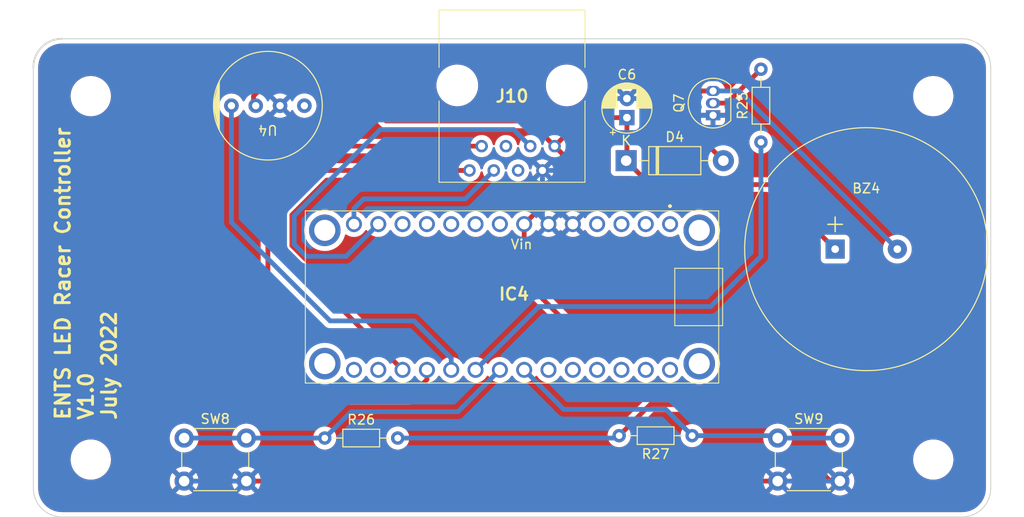
<source format=kicad_pcb>
(kicad_pcb (version 20211014) (generator pcbnew)
  (layers (0 "F.Cu" signal) (31 "B.Cu" signal) (34 "B.Paste" user) (35 "F.Paste" user) (36 "B.SilkS" user "B.Silkscreen") (37 "F.SilkS" user "F.Silkscreen") (38 "B.Mask" user) (39 "F.Mask" user) (44 "Edge.Cuts" user))
  (net 0 "")
  (net 1 "+5V")
  (net 2 "Net-(BZ4-Pad2)")
  (net 3 "GND")
  (net 13 "/Controller3/SDA_HV")
  (net 14 "/Controller3/SCL_HV")
  (net 17 "/Controller3/ID_2")
  (net 18 "/Controller3/ID_1")
  (net 19 "/Controller3/LED_Sig")
  (net 20 "/Controller3/Buzzer")
  (net 21 "/Controller3/Button_1")
  (net 22 "/Controller3/Button_2")
  (net 35 "Net-(Q7-Pad2)")
  (footprint "Diode_THT:D_DO-41_SOD81_P10.16mm_Horizontal" (layer "F.Cu") (at 231.92 42.75)
    (fp_text reference "D4" (at 5.08 -2.47) (layer "F.SilkS"))
    (fp_text value "D")
    (fp_text user "K" (at 0 -2.1) (layer "F.SilkS"))
    (fp_line (start 8.82 0) (end 7.8 0) (layer "F.SilkS") (width 0.12))
    (fp_line (start 2.36 1.47) (end 7.8 1.47) (layer "F.SilkS") (width 0.12))
    (fp_line (start 7.8 1.47) (end 7.8 -1.47) (layer "F.SilkS") (width 0.12))
    (fp_line (start 3.38 -1.47) (end 3.38 1.47) (layer "F.SilkS") (width 0.12))
    (fp_line (start 1.34 0) (end 2.36 0) (layer "F.SilkS") (width 0.12))
    (fp_line (start 3.14 -1.47) (end 3.14 1.47) (layer "F.SilkS") (width 0.12))
    (fp_line (start 7.8 -1.47) (end 2.36 -1.47) (layer "F.SilkS") (width 0.12))
    (fp_line (start 2.36 -1.47) (end 2.36 1.47) (layer "F.SilkS") (width 0.12))
    (fp_line (start 3.26 -1.47) (end 3.26 1.47) (layer "F.SilkS") (width 0.12))
    (pad "1" thru_hole rect (at 0 0) (size 2.2 2.2) (drill 1.1) (layers *.Cu *.Mask) (net 1 "+5V"))
    (pad "2" thru_hole oval (at 10.16 0) (size 2.2 2.2) (drill 1.1) (layers *.Cu *.Mask) (net 2 "Net-(BZ4-Pad2)"))
  )
  (footprint "Button_Switch_THT:SW_PUSH_6mm" (layer "F.Cu") (at 247.75 71.75)
    (fp_text reference "SW9" (at 3.25 -2) (layer "F.SilkS"))
    (fp_text value "SW_Push")
    (fp_line (start 6.75 3) (end 6.75 1.5) (layer "F.SilkS") (width 0.12))
    (fp_line (start 1 5.5) (end 5.5 5.5) (layer "F.SilkS") (width 0.12))
    (fp_line (start -0.25 1.5) (end -0.25 3) (layer "F.SilkS") (width 0.12))
    (fp_line (start 5.5 -1) (end 1 -1) (layer "F.SilkS") (width 0.12))
    (pad "1" thru_hole circle (at 0 0 90) (size 2 2) (drill 1.1) (layers *.Cu *.Mask) (net 22 "/Controller3/Button_2"))
    (pad "1" thru_hole circle (at 6.5 0 90) (size 2 2) (drill 1.1) (layers *.Cu *.Mask) (net 22 "/Controller3/Button_2"))
    (pad "2" thru_hole circle (at 0 4.5 90) (size 2 2) (drill 1.1) (layers *.Cu *.Mask) (net 3 "GND"))
    (pad "2" thru_hole circle (at 6.5 4.5 90) (size 2 2) (drill 1.1) (layers *.Cu *.Mask) (net 3 "GND"))
  )
  (footprint "MountingHole:MountingHole_3.2mm_M3" (layer "F.Cu") (at 264 36)
    (fp_text reference "REF**" hide)
    (fp_text value "MountingHole_3.2mm_M3")
    (pad "" np_thru_hole circle (at 0 0) (size 3.2 3.2) (drill 3.2) (layers *.Cu *.Mask))
  )
  (footprint "Package_TO_SOT_THT:TO-92_Inline" (layer "F.Cu") (at 241 38 90)
    (fp_text reference "Q7" (at 1.27 -3.56 90) (layer "F.SilkS"))
    (fp_text value "Q_NPN_EBC")
    (fp_line (start -0.53 1.85) (end 3.07 1.85) (layer "F.SilkS") (width 0.12))
    (fp_arc (start 1.27 -2.6) (mid 3.672087 -0.994977) (end 3.108478 1.838478) (layer "F.SilkS") (width 0.12))
    (fp_arc (start -0.568478 1.838478) (mid -1.132087 -0.994977) (end 1.27 -2.6) (layer "F.SilkS") (width 0.12))
    (pad "1" thru_hole rect (at 0 0 90) (size 1.05 1.5) (drill 0.75) (layers *.Cu *.Mask) (net 3 "GND"))
    (pad "2" thru_hole oval (at 1.27 0 90) (size 1.05 1.5) (drill 0.75) (layers *.Cu *.Mask) (net 35 "Net-(Q7-Pad2)"))
    (pad "3" thru_hole oval (at 2.54 0 90) (size 1.05 1.5) (drill 0.75) (layers *.Cu *.Mask) (net 2 "Net-(BZ4-Pad2)"))
  )
  (footprint "Resistor_THT:R_Axial_DIN0204_L3.6mm_D1.6mm_P7.62mm_Horizontal" (layer "F.Cu") (at 246 40.81 90)
    (fp_text reference "R25" (at 3.81 -1.92 90) (layer "F.SilkS"))
    (fp_text value "1.5k")
    (fp_line (start 0.94 0) (end 1.89 0) (layer "F.SilkS") (width 0.12))
    (fp_line (start 1.89 -0.92) (end 1.89 0.92) (layer "F.SilkS") (width 0.12))
    (fp_line (start 5.73 0.92) (end 5.73 -0.92) (layer "F.SilkS") (width 0.12))
    (fp_line (start 1.89 0.92) (end 5.73 0.92) (layer "F.SilkS") (width 0.12))
    (fp_line (start 6.68 0) (end 5.73 0) (layer "F.SilkS") (width 0.12))
    (fp_line (start 5.73 -0.92) (end 1.89 -0.92) (layer "F.SilkS") (width 0.12))
    (pad "1" thru_hole circle (at 0 0 90) (size 1.4 1.4) (drill 0.7) (layers *.Cu *.Mask) (net 20 "/Controller3/Buzzer"))
    (pad "2" thru_hole oval (at 7.62 0 90) (size 1.4 1.4) (drill 0.7) (layers *.Cu *.Mask) (net 35 "Net-(Q7-Pad2)"))
  )
  (footprint "KiCad:54601908WPLF" (layer "F.Cu") (at 224.445 41.23 180)
    (fp_text reference "J10" (at 4.445 5.23) (layer "F.SilkS") (effects (font (size 1.27 1.27) (thickness 0.254))))
    (fp_text value "54601-908WPLF" hide)
    (fp_line (start 12.065 -3.77) (end 12.065 4.73) (layer "F.SilkS") (width 0.1))
    (fp_line (start -3.175 14.23) (end 12.065 14.23) (layer "F.SilkS") (width 0.1))
    (fp_line (start -3.175 4.73) (end -3.175 -3.77) (layer "F.SilkS") (width 0.1))
    (fp_line (start -3.175 8.23) (end -3.175 14.23) (layer "F.SilkS") (width 0.1))
    (fp_line (start -3.175 -3.77) (end 12.065 -3.77) (layer "F.SilkS") (width 0.1))
    (fp_line (start 12.065 14.23) (end 12.065 8.23) (layer "F.SilkS") (width 0.1))
    (pad "" np_thru_hole circle locked (at -1.271 6.35 180) (size 3.35 3.35) (drill 3.35) (layers *.Cu *.Mask))
    (pad "" np_thru_hole circle locked (at 10.161 6.35 180) (size 3.35 3.35) (drill 3.35) (layers *.Cu *.Mask))
    (pad "1" thru_hole circle locked (at 0 0 180) (size 1.303 1.303) (drill 0.76) (layers *.Cu *.Mask) (net 1 "+5V"))
    (pad "2" thru_hole circle locked (at 1.27 -2.54 180) (size 1.303 1.303) (drill 0.76) (layers *.Cu *.Mask) (net 3 "GND"))
    (pad "3" thru_hole circle locked (at 2.54 0 180) (size 1.303 1.303) (drill 0.76) (layers *.Cu *.Mask) (net 13 "/Controller3/SDA_HV"))
    (pad "4" thru_hole circle locked (at 3.81 -2.54 180) (size 1.303 1.303) (drill 0.76) (layers *.Cu *.Mask))
    (pad "5" thru_hole circle locked (at 5.08 0 180) (size 1.303 1.303) (drill 0.76) (layers *.Cu *.Mask))
    (pad "6" thru_hole circle locked (at 6.35 -2.54 180) (size 1.303 1.303) (drill 0.76) (layers *.Cu *.Mask) (net 14 "/Controller3/SCL_HV"))
    (pad "7" thru_hole circle locked (at 7.62 0 180) (size 1.303 1.303) (drill 0.76) (layers *.Cu *.Mask) (net 18 "/Controller3/ID_1"))
    (pad "8" thru_hole circle locked (at 8.89 -2.54 180) (size 1.303 1.303) (drill 0.76) (layers *.Cu *.Mask) (net 17 "/Controller3/ID_2"))
  )
  (footprint "Resistor_THT:R_Axial_DIN0204_L3.6mm_D1.6mm_P7.62mm_Horizontal" (layer "F.Cu") (at 238.81 71.5 180)
    (fp_text reference "R27" (at 3.81 -1.92) (layer "F.SilkS"))
    (fp_text value "4.7k")
    (fp_line (start 5.73 0.92) (end 5.73 -0.92) (layer "F.SilkS") (width 0.12))
    (fp_line (start 1.89 0.92) (end 5.73 0.92) (layer "F.SilkS") (width 0.12))
    (fp_line (start 5.73 -0.92) (end 1.89 -0.92) (layer "F.SilkS") (width 0.12))
    (fp_line (start 1.89 -0.92) (end 1.89 0.92) (layer "F.SilkS") (width 0.12))
    (fp_line (start 6.68 0) (end 5.73 0) (layer "F.SilkS") (width 0.12))
    (fp_line (start 0.94 0) (end 1.89 0) (layer "F.SilkS") (width 0.12))
    (pad "1" thru_hole circle (at 0 0 180) (size 1.4 1.4) (drill 0.7) (layers *.Cu *.Mask) (net 22 "/Controller3/Button_2"))
    (pad "2" thru_hole oval (at 7.62 0 180) (size 1.4 1.4) (drill 0.7) (layers *.Cu *.Mask) (net 1 "+5V"))
  )
  (footprint "Capacitor_THT:CP_Radial_D5.0mm_P2.00mm" (layer "F.Cu") (at 232 38.25 90)
    (fp_text reference "C6" (at 4.5 0 180) (layer "F.SilkS"))
    (fp_text value "C_Polarized")
    (fp_line (start 1.6 1.04) (end 1.6 2.511) (layer "F.SilkS") (width 0.12))
    (fp_line (start 3.041 -1.605) (end 3.041 1.605) (layer "F.SilkS") (width 0.12))
    (fp_line (start 1.841 1.04) (end 1.841 2.442) (layer "F.SilkS") (width 0.12))
    (fp_line (start 2.841 -1.826) (end 2.841 -1.04) (layer "F.SilkS") (width 0.12))
    (fp_line (start 2.401 1.04) (end 2.401 2.175) (layer "F.SilkS") (width 0.12))
    (fp_line (start 2.761 1.04) (end 2.761 1.901) (layer "F.SilkS") (width 0.12))
    (fp_line (start 2.241 1.04) (end 2.241 2.268) (layer "F.SilkS") (width 0.12))
    (fp_line (start 3.521 -0.677) (end 3.521 0.677) (layer "F.SilkS") (width 0.12))
    (fp_line (start 1.961 1.04) (end 1.961 2.398) (layer "F.SilkS") (width 0.12))
    (fp_line (start 3.001 -1.653) (end 3.001 -1.04) (layer "F.SilkS") (width 0.12))
    (fp_line (start 3.081 -1.554) (end 3.081 1.554) (layer "F.SilkS") (width 0.12))
    (fp_line (start 2.601 1.04) (end 2.601 2.035) (layer "F.SilkS") (width 0.12))
    (fp_line (start 1.2 -2.573) (end 1.2 -1.04) (layer "F.SilkS") (width 0.12))
    (fp_line (start 2.561 1.04) (end 2.561 2.065) (layer "F.SilkS") (width 0.12))
    (fp_line (start 2.681 -1.971) (end 2.681 -1.04) (layer "F.SilkS") (width 0.12))
    (fp_line (start 3.321 -1.178) (end 3.321 1.178) (layer "F.SilkS") (width 0.12))
    (fp_line (start 2.641 -2.004) (end 2.641 -1.04) (layer "F.SilkS") (width 0.12))
    (fp_line (start 1.921 1.04) (end 1.921 2.414) (layer "F.SilkS") (width 0.12))
    (fp_line (start 1.28 -2.565) (end 1.28 -1.04) (layer "F.SilkS") (width 0.12))
    (fp_line (start 1.32 1.04) (end 1.32 2.561) (layer "F.SilkS") (width 0.12))
    (fp_line (start 1.4 1.04) (end 1.4 2.55) (layer "F.SilkS") (width 0.12))
    (fp_line (start 1.44 1.04) (end 1.44 2.543) (layer "F.SilkS") (width 0.12))
    (fp_line (start 2.521 -2.095) (end 2.521 -1.04) (layer "F.SilkS") (width 0.12))
    (fp_line (start 1.68 1.04) (end 1.68 2.491) (layer "F.SilkS") (width 0.12))
    (fp_line (start 2.361 1.04) (end 2.361 2.2) (layer "F.SilkS") (width 0.12))
    (fp_line (start 2.721 1.04) (end 2.721 1.937) (layer "F.SilkS") (width 0.12))
    (fp_line (start 1 1.04) (end 1 2.58) (layer "F.SilkS") (width 0.12))
    (fp_line (start 1.961 -2.398) (end 1.961 -1.04) (layer "F.SilkS") (width 0.12))
    (fp_line (start 2.721 -1.937) (end 2.721 -1.04) (layer "F.SilkS") (width 0.12))
    (fp_line (start 2.201 -2.29) (end 2.201 -1.04) (layer "F.SilkS") (width 0.12))
    (fp_line (start 1.12 1.04) (end 1.12 2.578) (layer "F.SilkS") (width 0.12))
    (fp_line (start 2.441 1.04) (end 2.441 2.149) (layer "F.SilkS") (width 0.12))
    (fp_line (start 2.841 1.04) (end 2.841 1.826) (layer "F.SilkS") (width 0.12))
    (fp_line (start 2.641 1.04) (end 2.641 2.004) (layer "F.SilkS") (width 0.12))
    (fp_line (start 1.801 1.04) (end 1.801 2.455) (layer "F.SilkS") (width 0.12))
    (fp_line (start 1.64 1.04) (end 1.64 2.501) (layer "F.SilkS") (width 0.12))
    (fp_line (start 1.68 -2.491) (end 1.68 -1.04) (layer "F.SilkS") (width 0.12))
    (fp_line (start 2.281 1.04) (end 2.281 2.247) (layer "F.SilkS") (width 0.12))
    (fp_line (start 1.921 -2.414) (end 1.921 -1.04) (layer "F.SilkS") (width 0.12))
    (fp_line (start 2.521 1.04) (end 2.521 2.095) (layer "F.SilkS") (width 0.12))
    (fp_line (start 1.56 1.04) (end 1.56 2.52) (layer "F.SilkS") (width 0.12))
    (fp_line (start 2.001 1.04) (end 2.001 2.382) (layer "F.SilkS") (width 0.12))
    (fp_line (start 2.121 -2.329) (end 2.121 -1.04) (layer "F.SilkS") (width 0.12))
    (fp_line (start 2.081 1.04) (end 2.081 2.348) (layer "F.SilkS") (width 0.12))
    (fp_line (start 3.241 -1.319) (end 3.241 1.319) (layer "F.SilkS") (width 0.12))
    (fp_line (start 2.481 -2.122) (end 2.481 -1.04) (layer "F.SilkS") (width 0.12))
    (fp_line (start 3.561 -0.518) (end 3.561 0.518) (layer "F.SilkS") (width 0.12))
    (fp_line (start 1.48 1.04) (end 1.48 2.536) (layer "F.SilkS") (width 0.12))
    (fp_line (start 2.801 1.04) (end 2.801 1.864) (layer "F.SilkS") (width 0.12))
    (fp_line (start 2.961 1.04) (end 2.961 1.699) (layer "F.SilkS") (width 0.12))
    (fp_line (start 1 -2.58) (end 1 -1.04) (layer "F.SilkS") (width 0.12))
    (fp_line (start 2.241 -2.268) (end 2.241 -1.04) (layer "F.SilkS") (width 0.12))
    (fp_line (start 1.16 1.04) (end 1.16 2.576) (layer "F.SilkS") (width 0.12))
    (fp_line (start 3.401 -1.011) (end 3.401 1.011) (layer "F.SilkS") (width 0.12))
    (fp_line (start 1.52 -2.528) (end 1.52 -1.04) (layer "F.SilkS") (width 0.12))
    (fp_line (start 1.24 1.04) (end 1.24 2.569) (layer "F.SilkS") (width 0.12))
    (fp_line (start 2.321 1.04) (end 2.321 2.224) (layer "F.SilkS") (width 0.12))
    (fp_line (start 2.481 1.04) (end 2.481 2.122) (layer "F.SilkS") (width 0.12))
    (fp_line (start 1.801 -2.455) (end 1.801 -1.04) (layer "F.SilkS") (width 0.12))
    (fp_line (start 3.001 1.04) (end 3.001 1.653) (layer "F.SilkS") (width 0.12))
    (fp_line (start 1.04 1.04) (end 1.04 2.58) (layer "F.SilkS") (width 0.12))
    (fp_line (start 1.36 -2.556) (end 1.36 -1.04) (layer "F.SilkS") (width 0.12))
    (fp_line (start 3.201 -1.383) (end 3.201 1.383) (layer "F.SilkS") (width 0.12))
    (fp_line (start 3.601 -0.284) (end 3.601 0.284) (layer "F.SilkS") (width 0.12))
    (fp_line (start 2.881 -1.785) (end 2.881 -1.04) (layer "F.SilkS") (width 0.12))
    (fp_line (start 1.721 -2.48) (end 1.721 -1.04) (layer "F.SilkS") (width 0.12))
    (fp_line (start 1.12 -2.578) (end 1.12 -1.04) (layer "F.SilkS") (width 0.12))
    (fp_line (start 1.16 -2.576) (end 1.16 -1.04) (layer "F.SilkS") (width 0.12))
    (fp_line (start 2.001 -2.382) (end 2.001 -1.04) (layer "F.SilkS") (width 0.12))
    (fp_line (start 1.881 -2.428) (end 1.881 -1.04) (layer "F.SilkS") (width 0.12))
    (fp_line (start 1.36 1.04) (end 1.36 2.556) (layer "F.SilkS") (width 0.12))
    (fp_line (start -1.804775 -1.475) (end -1.304775 -1.475) (layer "F.SilkS") (width 0.12))
    (fp_line (start 3.161 -1.443) (end 3.161 1.443) (layer "F.SilkS") (width 0.12))
    (fp_line (start 2.121 1.04) (end 2.121 2.329) (layer "F.SilkS") (width 0.12))
    (fp_line (start 1.761 1.04) (end 1.761 2.468) (layer "F.SilkS") (width 0.12))
    (fp_line (start 1.08 -2.579) (end 1.08 -1.04) (layer "F.SilkS") (width 0.12))
    (fp_line (start 2.921 -1.743) (end 2.921 -1.04) (layer "F.SilkS") (width 0.12))
    (fp_line (start 1.52 1.04) (end 1.52 2.528) (layer "F.SilkS") (width 0.12))
    (fp_line (start 2.761 -1.901) (end 2.761 -1.04) (layer "F.SilkS") (width 0.12))
    (fp_line (start 3.121 -1.5) (end 3.121 1.5) (layer "F.SilkS") (width 0.12))
    (fp_line (start 3.361 -1.098) (end 3.361 1.098) (layer "F.SilkS") (width 0.12))
    (fp_line (start 2.681 1.04) (end 2.681 1.971) (layer "F.SilkS") (width 0.12))
    (fp_line (start 2.401 -2.175) (end 2.401 -1.04) (layer "F.SilkS") (width 0.12))
    (fp_line (start 3.441 -0.915) (end 3.441 0.915) (layer "F.SilkS") (width 0.12))
    (fp_line (start 1.64 -2.501) (end 1.64 -1.04) (layer "F.SilkS") (width 0.12))
    (fp_line (start 1.44 -2.543) (end 1.44 -1.04) (layer "F.SilkS") (width 0.12))
    (fp_line (start 2.161 -2.31) (end 2.161 -1.04) (layer "F.SilkS") (width 0.12))
    (fp_line (start 1.761 -2.468) (end 1.761 -1.04) (layer "F.SilkS") (width 0.12))
    (fp_line (start 2.361 -2.2) (end 2.361 -1.04) (layer "F.SilkS") (width 0.12))
    (fp_line (start 2.161 1.04) (end 2.161 2.31) (layer "F.SilkS") (width 0.12))
    (fp_line (start 2.441 -2.149) (end 2.441 -1.04) (layer "F.SilkS") (width 0.12))
    (fp_line (start 2.081 -2.348) (end 2.081 -1.04) (layer "F.SilkS") (width 0.12))
    (fp_line (start 2.201 1.04) (end 2.201 2.29) (layer "F.SilkS") (width 0.12))
    (fp_line (start 2.601 -2.035) (end 2.601 -1.04) (layer "F.SilkS") (width 0.12))
    (fp_line (start 2.281 -2.247) (end 2.281 -1.04) (layer "F.SilkS") (width 0.12))
    (fp_line (start 1.881 1.04) (end 1.881 2.428) (layer "F.SilkS") (width 0.12))
    (fp_line (start 2.881 1.04) (end 2.881 1.785) (layer "F.SilkS") (width 0.12))
    (fp_line (start 2.921 1.04) (end 2.921 1.743) (layer "F.SilkS") (width 0.12))
    (fp_line (start 1.32 -2.561) (end 1.32 -1.04) (layer "F.SilkS") (width 0.12))
    (fp_line (start 2.961 -1.699) (end 2.961 -1.04) (layer "F.SilkS") (width 0.12))
    (fp_line (start 1.04 -2.58) (end 1.04 -1.04) (layer "F.SilkS") (width 0.12))
    (fp_line (start 1.24 -2.569) (end 1.24 -1.04) (layer "F.SilkS") (width 0.12))
    (fp_line (start 2.561 -2.065) (end 2.561 -1.04) (layer "F.SilkS") (width 0.12))
    (fp_line (start -1.554775 -1.725) (end -1.554775 -1.225) (layer "F.SilkS") (width 0.12))
    (fp_line (start 1.56 -2.52) (end 1.56 -1.04) (layer "F.SilkS") (width 0.12))
    (fp_line (start 1.4 -2.55) (end 1.4 -1.04) (layer "F.SilkS") (width 0.12))
    (fp_line (start 1.6 -2.511) (end 1.6 -1.04) (layer "F.SilkS") (width 0.12))
    (fp_line (start 2.041 1.04) (end 2.041 2.365) (layer "F.SilkS") (width 0.12))
    (fp_line (start 2.801 -1.864) (end 2.801 -1.04) (layer "F.SilkS") (width 0.12))
    (fp_line (start 1.2 1.04) (end 1.2 2.573) (layer "F.SilkS") (width 0.12))
    (fp_line (start 1.28 1.04) (end 1.28 2.565) (layer "F.SilkS") (width 0.12))
    (fp_line (start 1.721 1.04) (end 1.721 2.48) (layer "F.SilkS") (width 0.12))
    (fp_line (start 1.08 1.04) (end 1.08 2.579) (layer "F.SilkS") (width 0.12))
    (fp_line (start 1.841 -2.442) (end 1.841 -1.04) (layer "F.SilkS") (width 0.12))
    (fp_line (start 3.481 -0.805) (end 3.481 0.805) (layer "F.SilkS") (width 0.12))
    (fp_line (start 3.281 -1.251) (end 3.281 1.251) (layer "F.SilkS") (width 0.12))
    (fp_line (start 2.041 -2.365) (end 2.041 -1.04) (layer "F.SilkS") (width 0.12))
    (fp_line (start 1.48 -2.536) (end 1.48 -1.04) (layer "F.SilkS") (width 0.12))
    (fp_line (start 2.321 -2.224) (end 2.321 -1.04) (layer "F.SilkS") (width 0.12))
    (fp_circle (center 1 0) (end 3.62 0) (layer "F.SilkS") (width 0.12) (fill none))
    (pad "1" thru_hole rect (at 0 0 90) (size 1.6 1.6) (drill 0.8) (layers *.Cu *.Mask) (net 1 "+5V"))
    (pad "2" thru_hole circle (at 2 0 90) (size 1.6 1.6) (drill 0.8) (layers *.Cu *.Mask) (net 3 "GND"))
  )
  (footprint "MountingHole:MountingHole_3.2mm_M3" (layer "F.Cu") (at 176 74)
    (fp_text reference "REF**" hide)
    (fp_text value "MountingHole_3.2mm_M3")
    (pad "" np_thru_hole circle (at 0 0) (size 3.2 3.2) (drill 3.2) (layers *.Cu *.Mask))
  )
  (footprint "MountingHole:MountingHole_3.2mm_M3" (layer "F.Cu") (at 176 36)
    (fp_text reference "REF**" hide)
    (fp_text value "MountingHole_3.2mm_M3")
    (pad "" np_thru_hole circle (at 0 0) (size 3.2 3.2) (drill 3.2) (layers *.Cu *.Mask))
  )
  (footprint "Metro:2590" (layer "F.Cu") (at 220 57 180)
    (fp_text reference "IC4" (at -0.205 0.3) (layer "F.SilkS") (effects (font (size 1.27 1.27) (thickness 0.254))))
    (fp_text value "2590" hide)
    (fp_line (start -17 3) (end -22 3) (layer "F.SilkS") (width 0.1))
    (fp_line (start -16.6 9.5) (end -16.6 9.5) (layer "F.SilkS") (width 0.2))
    (fp_line (start -21.587 9) (end -21.587 -9) (layer "F.SilkS") (width 0.1))
    (fp_line (start 21.59 -9) (end 21.59 9) (layer "F.SilkS") (width 0.1))
    (fp_line (start -17 -3) (end -17 3) (layer "F.SilkS") (width 0.1))
    (fp_line (start -22 3) (end -22 -3) (layer "F.SilkS") (width 0.1))
    (fp_line (start 21.59 9) (end -21.587 9) (layer "F.SilkS") (width 0.1))
    (fp_line (start -22 -3) (end -17 -3) (layer "F.SilkS") (width 0.1))
    (fp_line (start -21.587 -9) (end 21.59 -9) (layer "F.SilkS") (width 0.1))
    (fp_line (start -16.4 9.5) (end -16.4 9.5) (layer "F.SilkS") (width 0.2))
    (fp_arc (start -16.6 9.5) (mid -16.5 9.4) (end -16.4 9.5) (layer "F.SilkS") (width 0.2))
    (fp_arc (start -16.4 9.5) (mid -16.5 9.6) (end -16.6 9.5) (layer "F.SilkS") (width 0.2))
    (pad "1" thru_hole circle locked (at -16.51 7.62 180) (size 1.665 1.665) (drill 1.11) (layers *.Cu *.Mask))
    (pad "2" thru_hole circle locked (at -13.97 7.62 180) (size 1.665 1.665) (drill 1.11) (layers *.Cu *.Mask))
    (pad "3" thru_hole circle locked (at -11.43 7.62 180) (size 1.665 1.665) (drill 1.11) (layers *.Cu *.Mask))
    (pad "4" thru_hole circle locked (at -8.89 7.62 180) (size 1.665 1.665) (drill 1.11) (layers *.Cu *.Mask))
    (pad "5" thru_hole circle locked (at -6.35 7.62 180) (size 1.665 1.665) (drill 1.11) (layers *.Cu *.Mask) (net 3 "GND"))
    (pad "6" thru_hole circle locked (at -3.81 7.62 180) (size 1.665 1.665) (drill 1.11) (layers *.Cu *.Mask) (net 3 "GND"))
    (pad "7" thru_hole circle locked (at -1.27 7.62 180) (size 1.665 1.665) (drill 1.11) (layers *.Cu *.Mask) (net 1 "+5V"))
    (pad "8" thru_hole circle locked (at 1.27 7.62 180) (size 1.665 1.665) (drill 1.11) (layers *.Cu *.Mask))
    (pad "9" thru_hole circle locked (at 3.81 7.62 180) (size 1.665 1.665) (drill 1.11) (layers *.Cu *.Mask))
    (pad "10" thru_hole circle locked (at 6.35 7.62 180) (size 1.665 1.665) (drill 1.11) (layers *.Cu *.Mask))
    (pad "11" thru_hole circle locked (at 8.89 7.62 180) (size 1.665 1.665) (drill 1.11) (layers *.Cu *.Mask))
    (pad "12" thru_hole circle locked (at 11.43 7.62 180) (size 1.665 1.665) (drill 1.11) (layers *.Cu *.Mask))
    (pad "13" thru_hole circle locked (at 13.97 7.62 180) (size 1.665 1.665) (drill 1.11) (layers *.Cu *.Mask) (net 13 "/Controller3/SDA_HV"))
    (pad "14" thru_hole circle locked (at 16.51 7.62 180) (size 1.665 1.665) (drill 1.11) (layers *.Cu *.Mask) (net 14 "/Controller3/SCL_HV"))
    (pad "15" thru_hole circle locked (at 16.51 -7.62 180) (size 1.665 1.665) (drill 1.11) (layers *.Cu *.Mask))
    (pad "16" thru_hole circle locked (at 13.97 -7.62 180) (size 1.665 1.665) (drill 1.11) (layers *.Cu *.Mask))
    (pad "17" thru_hole circle locked (at 11.43 -7.62 180) (size 1.665 1.665) (drill 1.11) (layers *.Cu *.Mask) (net 17 "/Controller3/ID_2"))
    (pad "18" thru_hole circle locked (at 8.89 -7.62 180) (size 1.665 1.665) (drill 1.11) (layers *.Cu *.Mask) (net 18 "/Controller3/ID_1"))
    (pad "19" thru_hole circle locked (at 6.35 -7.62 180) (size 1.665 1.665) (drill 1.11) (layers *.Cu *.Mask) (net 19 "/Controller3/LED_Sig"))
    (pad "20" thru_hole circle locked (at 3.81 -7.62 180) (size 1.665 1.665) (drill 1.11) (layers *.Cu *.Mask) (net 20 "/Controller3/Buzzer"))
    (pad "21" thru_hole circle locked (at 1.27 -7.62 180) (size 1.665 1.665) (drill 1.11) (layers *.Cu *.Mask) (net 21 "/Controller3/Button_1"))
    (pad "22" thru_hole circle locked (at -1.27 -7.62 180) (size 1.665 1.665) (drill 1.11) (layers *.Cu *.Mask) (net 22 "/Controller3/Button_2"))
    (pad "23" thru_hole circle locked (at -3.81 -7.62 180) (size 1.665 1.665) (drill 1.11) (layers *.Cu *.Mask))
    (pad "24" thru_hole circle locked (at -6.35 -7.62 180) (size 1.665 1.665) (drill 1.11) (layers *.Cu *.Mask))
    (pad "25" thru_hole circle locked (at -8.89 -7.62 180) (size 1.665 1.665) (drill 1.11) (layers *.Cu *.Mask))
    (pad "26" thru_hole circle locked (at -11.43 -7.62 180) (size 1.665 1.665) (drill 1.11) (layers *.Cu *.Mask))
    (pad "27" thru_hole circle locked (at -13.97 -7.62 180) (size 1.665 1.665) (drill 1.11) (layers *.Cu *.Mask))
    (pad "28" thru_hole circle locked (at -16.51 -7.62 180) (size 1.665 1.665) (drill 1.11) (layers *.Cu *.Mask))
    (pad "MH1" thru_hole circle locked (at -19.558 -6.968 180) (size 3.3 3.3) (drill 2.2) (layers *.Cu *.Mask))
    (pad "MH2" thru_hole circle locked (at -19.558 6.968 180) (size 3.3 3.3) (drill 2.2) (layers *.Cu *.Mask))
    (pad "MH3" thru_hole circle locked (at 19.558 6.968 180) (size 3.3 3.3) (drill 2.2) (layers *.Cu *.Mask))
    (pad "MH4" thru_hole circle locked (at 19.558 -6.968 180) (size 3.3 3.3) (drill 2.2) (layers *.Cu *.Mask))
  )
  (footprint "Resistor_THT:R_Axial_DIN0204_L3.6mm_D1.6mm_P7.62mm_Horizontal" (layer "F.Cu") (at 200.44 71.75)
    (fp_text reference "R26" (at 3.81 -1.92) (layer "F.SilkS"))
    (fp_text value "4.7k")
    (fp_line (start 1.89 0.92) (end 5.73 0.92) (layer "F.SilkS") (width 0.12))
    (fp_line (start 5.73 -0.92) (end 1.89 -0.92) (layer "F.SilkS") (width 0.12))
    (fp_line (start 5.73 0.92) (end 5.73 -0.92) (layer "F.SilkS") (width 0.12))
    (fp_line (start 1.89 -0.92) (end 1.89 0.92) (layer "F.SilkS") (width 0.12))
    (fp_line (start 6.68 0) (end 5.73 0) (layer "F.SilkS") (width 0.12))
    (fp_line (start 0.94 0) (end 1.89 0) (layer "F.SilkS") (width 0.12))
    (pad "1" thru_hole circle (at 0 0) (size 1.4 1.4) (drill 0.7) (layers *.Cu *.Mask) (net 21 "/Controller3/Button_1"))
    (pad "2" thru_hole oval (at 7.62 0) (size 1.4 1.4) (drill 0.7) (layers *.Cu *.Mask) (net 1 "+5V"))
  )
  (footprint "LED_Racer_parts:COM12986" (layer "F.Cu") (at 194.5 37)
    (fp_text reference "U4" (at 0 2.54 180 unlocked) (layer "F.SilkS"))
    (fp_text value "COM-12986")
    (fp_circle (center 0 0) (end 5.08 -2.54) (layer "F.SilkS") (width 0.12) (fill none))
    (fp_poly (pts (xy -5.08 2.54) (xy -5.679612 0) (xy -5.08 -2.54)) (layer "F.SilkS") (width 0.12) (fill solid))
    (pad "1" thru_hole circle (at -3.81 0) (size 1.524 1.524) (drill 0.762) (layers *.Cu *.Mask) (net 19 "/Controller3/LED_Sig"))
    (pad "2" thru_hole circle (at -1.27 0) (size 1.524 1.524) (drill 0.762) (layers *.Cu *.Mask) (net 1 "+5V"))
    (pad "3" thru_hole circle (at 1.27 0) (size 1.524 1.524) (drill 0.762) (layers *.Cu *.Mask) (net 3 "GND"))
    (pad "4" thru_hole circle (at 3.81 0) (size 1.524 1.524) (drill 0.762) (layers *.Cu *.Mask))
  )
  (footprint "Button_Switch_THT:SW_PUSH_6mm" (layer "F.Cu") (at 185.75 71.75)
    (fp_text reference "SW8" (at 3.25 -2) (layer "F.SilkS"))
    (fp_text value "SW_Push")
    (fp_line (start 1 5.5) (end 5.5 5.5) (layer "F.SilkS") (width 0.12))
    (fp_line (start -0.25 1.5) (end -0.25 3) (layer "F.SilkS") (width 0.12))
    (fp_line (start 6.75 3) (end 6.75 1.5) (layer "F.SilkS") (width 0.12))
    (fp_line (start 5.5 -1) (end 1 -1) (layer "F.SilkS") (width 0.12))
    (pad "1" thru_hole circle (at 6.5 0 90) (size 2 2) (drill 1.1) (layers *.Cu *.Mask) (net 21 "/Controller3/Button_1"))
    (pad "1" thru_hole circle (at 0 0 90) (size 2 2) (drill 1.1) (layers *.Cu *.Mask) (net 21 "/Controller3/Button_1"))
    (pad "2" thru_hole circle (at 0 4.5 90) (size 2 2) (drill 1.1) (layers *.Cu *.Mask) (net 3 "GND"))
    (pad "2" thru_hole circle (at 6.5 4.5 90) (size 2 2) (drill 1.1) (layers *.Cu *.Mask) (net 3 "GND"))
  )
  (footprint "LED_Racer_parts:WT1209" (layer "F.Cu") (at 257 52)
    (fp_text reference "BZ4" (at 0 -6.35 unlocked) (layer "F.SilkS"))
    (fp_text value "Buzzer")
    (fp_text user "+" (at -3.25 -2.75 unlocked) (layer "F.SilkS") (effects (font (size 2 2))))
    (fp_circle (center 0 0) (end 10.16 -7.62) (layer "F.SilkS") (width 0.12) (fill none))
    (pad "1" thru_hole rect (at -3.25 0) (size 2 2) (drill 0.8) (layers *.Cu *.Mask) (net 1 "+5V"))
    (pad "2" thru_hole circle (at 3.25 0) (size 2 2) (drill 0.8) (layers *.Cu *.Mask) (net 2 "Net-(BZ4-Pad2)"))
  )
  (footprint "MountingHole:MountingHole_3.2mm_M3" (layer "F.Cu") (at 264 74)
    (fp_text reference "REF**" hide)
    (fp_text value "MountingHole_3.2mm_M3")
    (pad "" np_thru_hole circle (at 0 0) (size 3.2 3.2) (drill 3.2) (layers *.Cu *.Mask))
  )
  (gr_line (start 267 30) (end 173 30) (layer "Edge.Cuts") (width 0.1))
  (gr_line (start 270 77) (end 270 33) (layer "Edge.Cuts") (width 0.1))
  (gr_arc (start 267 30) (mid 269.12132 30.87868) (end 270 33) (layer "Edge.Cuts") (width 0.1))
  (gr_arc (start 270 77) (mid 269.12132 79.12132) (end 267 80) (layer "Edge.Cuts") (width 0.1))
  (gr_line (start 170 33) (end 170 77) (layer "Edge.Cuts") (width 0.1))
  (gr_line (start 173 80) (end 267 80) (layer "Edge.Cuts") (width 0.1))
  (gr_arc (start 170 33) (mid 170.87868 30.87868) (end 173 30) (layer "Edge.Cuts") (width 0.2))
  (gr_arc (start 173 80) (mid 170.87868 79.12132) (end 170 77) (layer "Edge.Cuts") (width 0.1))
  (gr_text "ENTS LED Racer Controller\nV1.0\nJuly 2022" (at 175.5 70 90) (layer "F.SilkS") (effects (font (size 1.5 1.5) (thickness 0.3)) (justify left)))
  (gr_text "Vin" (at 221 51.5) (layer "F.SilkS") (effects (font (size 1 1))))
  (segment (start 232 42.67) (end 231.92 42.75) (width 0.5) (layer "F.Cu") (net 1))
  (segment (start 225.25 42.035) (end 224.445 41.23) (width 0.5) (layer "F.Cu") (net 1))
  (segment (start 240.75 68.25) (end 234.44 68.25) (width 0.5) (layer "F.Cu") (net 1))
  (segment (start 247 45.25) (end 247.25 45.5) (width 0.5) (layer "F.Cu") (net 1))
  (segment (start 240.75 60.5) (end 242.75 62.5) (width 0.5) (layer "F.Cu") (net 1))
  (segment (start 234.42 45.25) (end 247 45.25) (width 0.5) (layer "F.Cu") (net 1))
  (segment (start 242.75 66.25) (end 240.75 68.25) (width 0.5) (layer "F.Cu") (net 1))
  (segment (start 206.85 38.6) (end 203.5 35.25) (width 0.5) (layer "F.Cu") (net 1))
  (segment (start 247.25 45.5) (end 253.75 52) (width 0.5) (layer "F.Cu") (net 1))
  (segment (start 234.44 68.25) (end 231.19 71.5) (width 0.5) (layer "F.Cu") (net 1))
  (segment (start 225.25 45.4) (end 225.25 42.035) (width 0.5) (layer "F.Cu") (net 1))
  (segment (start 242.75 62.5) (end 242.75 66.25) (width 0.5) (layer "F.Cu") (net 1))
  (segment (start 193.75 35.25) (end 193 36) (width 0.5) (layer "F.Cu") (net 1))
  (segment (start 221.27 49.38) (end 225.25 45.4) (width 0.5) (layer "F.Cu") (net 1))
  (segment (start 232 38.25) (end 232 42.67) (width 0.5) (layer "F.Cu") (net 1))
  (segment (start 203.5 35.25) (end 193.75 35.25) (width 0.5) (layer "F.Cu") (net 1))
  (segment (start 221.27 49.38) (end 221.27 55.27) (width 0.5) (layer "F.Cu") (net 1))
  (segment (start 221.27 55.27) (end 226.5 60.5) (width 0.5) (layer "F.Cu") (net 1))
  (segment (start 226.5 60.5) (end 240.75 60.5) (width 0.5) (layer "F.Cu") (net 1))
  (segment (start 224.445 41.23) (end 227.425 38.25) (width 0.5) (layer "F.Cu") (net 1))
  (segment (start 221.815 38.6) (end 206.85 38.6) (width 0.5) (layer "F.Cu") (net 1))
  (segment (start 193 36.77) (end 193.23 37) (width 0.5) (layer "F.Cu") (net 1))
  (segment (start 231.92 42.75) (end 234.42 45.25) (width 0.5) (layer "F.Cu") (net 1))
  (segment (start 227.425 38.25) (end 232 38.25) (width 0.5) (layer "F.Cu") (net 1))
  (segment (start 224.445 41.23) (end 221.815 38.6) (width 0.5) (layer "F.Cu") (net 1))
  (segment (start 193 36) (end 193 36.77) (width 0.5) (layer "F.Cu") (net 1))
  (segment (start 230.94 71.75) (end 231.19 71.5) (width 0.5) (layer "B.Cu") (net 1))
  (segment (start 208.06 71.75) (end 230.94 71.75) (width 0.5) (layer "B.Cu") (net 1))
  (segment (start 238.5 36.75) (end 239.79 35.46) (width 0.5) (layer "F.Cu") (net 2))
  (segment (start 239.79 35.46) (end 241 35.46) (width 0.5) (layer "F.Cu") (net 2))
  (segment (start 238.5 39.17) (end 238.5 36.75) (width 0.5) (layer "F.Cu") (net 2))
  (segment (start 242.08 42.75) (end 238.5 39.17) (width 0.5) (layer "F.Cu") (net 2))
  (segment (start 241 35.46) (end 243.71 35.46) (width 0.5) (layer "B.Cu") (net 2))
  (segment (start 243.71 35.46) (end 260.25 52) (width 0.5) (layer "B.Cu") (net 2))
  (segment (start 241.75 56.75) (end 250.75 65.75) (width 0.5) (layer "F.Cu") (net 3))
  (segment (start 192.25 76.25) (end 247.75 76.25) (width 0.5) (layer "F.Cu") (net 3))
  (segment (start 233.72 56.75) (end 241.75 56.75) (width 0.5) (layer "F.Cu") (net 3))
  (segment (start 250.75 65.75) (end 250.75 73.75) (width 0.5) (layer "F.Cu") (net 3))
  (segment (start 253.25 76.25) (end 254.25 76.25) (width 0.5) (layer "F.Cu") (net 3))
  (segment (start 250.75 73.75) (end 253.25 76.25) (width 0.5) (layer "F.Cu") (net 3))
  (segment (start 226.35 49.38) (end 233.72 56.75) (width 0.5) (layer "F.Cu") (net 3))
  (segment (start 203.75 39.25) (end 205.25 37.75) (width 0.5) (layer "B.Cu") (net 3))
  (segment (start 223.175 43.77) (end 223.175 46.205) (width 0.5) (layer "B.Cu") (net 3))
  (segment (start 224 37.75) (end 226.25 40) (width 0.5) (layer "B.Cu") (net 3))
  (segment (start 223.175 43.77) (end 223.175 48.745) (width 0.5) (layer "B.Cu") (net 3))
  (segment (start 195.77 37) (end 198.02 39.25) (width 0.5) (layer "B.Cu") (net 3))
  (segment (start 223.175 48.745) (end 223.81 49.38) (width 0.5) (layer "B.Cu") (net 3))
  (segment (start 226.25 40) (end 226.25 42.25) (width 0.5) (layer "B.Cu") (net 3))
  (segment (start 198.02 39.25) (end 203.75 39.25) (width 0.5) (layer "B.Cu") (net 3))
  (segment (start 232 36.25) (end 234.25 36.25) (width 0.5) (layer "B.Cu") (net 3))
  (segment (start 224.73 43.77) (end 223.175 43.77) (width 0.5) (layer "B.Cu") (net 3))
  (segment (start 185.75 76.25) (end 192.25 76.25) (width 0.5) (layer "B.Cu") (net 3))
  (segment (start 234.25 36.25) (end 236 38) (width 0.5) (layer "B.Cu") (net 3))
  (segment (start 230 36.25) (end 232 36.25) (width 0.5) (layer "B.Cu") (net 3))
  (segment (start 247.75 76.25) (end 254.25 76.25) (width 0.5) (layer "B.Cu") (net 3))
  (segment (start 223.175 46.205) (end 226.35 49.38) (width 0.5) (layer "B.Cu") (net 3))
  (segment (start 226.25 40) (end 230 36.25) (width 0.5) (layer "B.Cu") (net 3))
  (segment (start 205.25 37.75) (end 224 37.75) (width 0.5) (layer "B.Cu") (net 3))
  (segment (start 226.25 42.25) (end 224.73 43.77) (width 0.5) (layer "B.Cu") (net 3))
  (segment (start 236 38) (end 241 38) (width 0.5) (layer "B.Cu") (net 3))
  (segment (start 198.5 52.75) (end 202.66 52.75) (width 0.5) (layer "B.Cu") (net 13))
  (segment (start 221.905 41.23) (end 220.175 39.5) (width 0.5) (layer "B.Cu") (net 13))
  (segment (start 197.25 48.5) (end 197.25 51.5) (width 0.5) (layer "B.Cu") (net 13))
  (segment (start 202.66 52.75) (end 206.03 49.38) (width 0.5) (layer "B.Cu") (net 13))
  (segment (start 220.175 39.5) (end 206.25 39.5) (width 0.5) (layer "B.Cu") (net 13))
  (segment (start 206.25 39.5) (end 197.25 48.5) (width 0.5) (layer "B.Cu") (net 13))
  (segment (start 197.25 51.5) (end 198.5 52.75) (width 0.5) (layer "B.Cu") (net 13))
  (segment (start 203.49 47.76) (end 203.49 49.38) (width 0.5) (layer "B.Cu") (net 14))
  (segment (start 218.095 43.77) (end 215.115 46.75) (width 0.5) (layer "B.Cu") (net 14))
  (segment (start 204.5 46.75) (end 203.49 47.76) (width 0.5) (layer "B.Cu") (net 14))
  (segment (start 215.115 46.75) (end 204.5 46.75) (width 0.5) (layer "B.Cu") (net 14))
  (segment (start 200.23 43.77) (end 196 48) (width 0.5) (layer "F.Cu") (net 17))
  (segment (start 196 52.05) (end 208.57 64.62) (width 0.5) (layer "F.Cu") (net 17))
  (segment (start 196 48) (end 196 52.05) (width 0.5) (layer "F.Cu") (net 17))
  (segment (start 215.555 43.77) (end 200.23 43.77) (width 0.5) (layer "F.Cu") (net 17))
  (segment (start 211.11 65.64) (end 211.11 64.62) (width 0.5) (layer "F.Cu") (net 18))
  (segment (start 194.5 46.75) (end 194.5 64.25) (width 0.5) (layer "F.Cu") (net 18))
  (segment (start 200.02 41.23) (end 194.5 46.75) (width 0.5) (layer "F.Cu") (net 18))
  (segment (start 197.75 67.5) (end 209.25 67.5) (width 0.5) (layer "F.Cu") (net 18))
  (segment (start 194.5 64.25) (end 197.75 67.5) (width 0.5) (layer "F.Cu") (net 18))
  (segment (start 216.825 41.23) (end 200.02 41.23) (width 0.5) (layer "F.Cu") (net 18))
  (segment (start 209.25 67.5) (end 211.11 65.64) (width 0.5) (layer "F.Cu") (net 18))
  (segment (start 190.69 37) (end 190.69 49.19) (width 0.5) (layer "B.Cu") (net 19))
  (segment (start 190.69 49.19) (end 201 59.5) (width 0.5) (layer "B.Cu") (net 19))
  (segment (start 201 59.5) (end 209.75 59.5) (width 0.5) (layer "B.Cu") (net 19))
  (segment (start 209.75 59.5) (end 213.65 63.4) (width 0.5) (layer "B.Cu") (net 19))
  (segment (start 213.65 63.4) (end 213.65 64.62) (width 0.5) (layer "B.Cu") (net 19))
  (segment (start 246 52.75) (end 240.75 58) (width 0.5) (layer "B.Cu") (net 20))
  (segment (start 240.75 58) (end 222.75 58) (width 0.5) (layer "B.Cu") (net 20))
  (segment (start 246 40.81) (end 246 52.75) (width 0.5) (layer "B.Cu") (net 20))
  (segment (start 222.75 58.06) (end 216.19 64.62) (width 0.5) (layer "B.Cu") (net 20))
  (segment (start 222.75 58) (end 222.75 58.06) (width 0.5) (layer "B.Cu") (net 20))
  (segment (start 218.73 64.62) (end 214.35 69) (width 0.5) (layer "B.Cu") (net 21))
  (segment (start 185.75 71.75) (end 192.25 71.75) (width 0.5) (layer "B.Cu") (net 21))
  (segment (start 203.19 69) (end 200.44 71.75) (width 0.5) (layer "B.Cu") (net 21))
  (segment (start 214.35 69) (end 203.19 69) (width 0.5) (layer "B.Cu") (net 21))
  (segment (start 200.44 71.75) (end 192.25 71.75) (width 0.5) (layer "B.Cu") (net 21))
  (segment (start 247.5 71.5) (end 247.75 71.75) (width 0.5) (layer "B.Cu") (net 22))
  (segment (start 247.75 71.75) (end 254.25 71.75) (width 0.5) (layer "B.Cu") (net 22))
  (segment (start 236.06 68.75) (end 238.81 71.5) (width 0.5) (layer "B.Cu") (net 22))
  (segment (start 238.81 71.5) (end 247.5 71.5) (width 0.5) (layer "B.Cu") (net 22))
  (segment (start 221.27 64.62) (end 225.4 68.75) (width 0.5) (layer "B.Cu") (net 22))
  (segment (start 225.4 68.75) (end 236.06 68.75) (width 0.5) (layer "B.Cu") (net 22))
  (segment (start 241 36.73) (end 242.46 36.73) (width 0.5) (layer "F.Cu") (net 35))
  (segment (start 242.46 36.73) (end 246 33.19) (width 0.5) (layer "F.Cu") (net 35))
  (zone (net 3) (net_name "GND") (layer "F.Cu") (connect_pads (clearance 0.508)) (min_thickness 0.254) (fill yes (thermal_gap 0.508) (thermal_bridge_width 0.508))
    (polygon (pts (arc (start 173 30) (mid 170.87868 30.87868) (end 170 33)) (arc (start 170 77) (mid 170.87868 79.12132) (end 173 80)) (arc (start 267 80) (mid 269.12132 79.12132) (end 270 77)) (arc (start 270 33) (mid 269.12132 30.87868) (end 267 30))))
  )
  (zone (net 3) (net_name "GND") (layer "B.Cu") (connect_pads (clearance 0.508)) (min_thickness 0.254) (fill yes (thermal_gap 0.508) (thermal_bridge_width 0.508))
    (polygon (pts (arc (start 173 30) (mid 170.87868 30.87868) (end 170 33)) (arc (start 170 77) (mid 170.87868 79.12132) (end 173 80)) (arc (start 267 80) (mid 269.12132 79.12132) (end 270 77)) (arc (start 270 33) (mid 269.12132 30.87868) (end 267 30))))
  )
)
</source>
